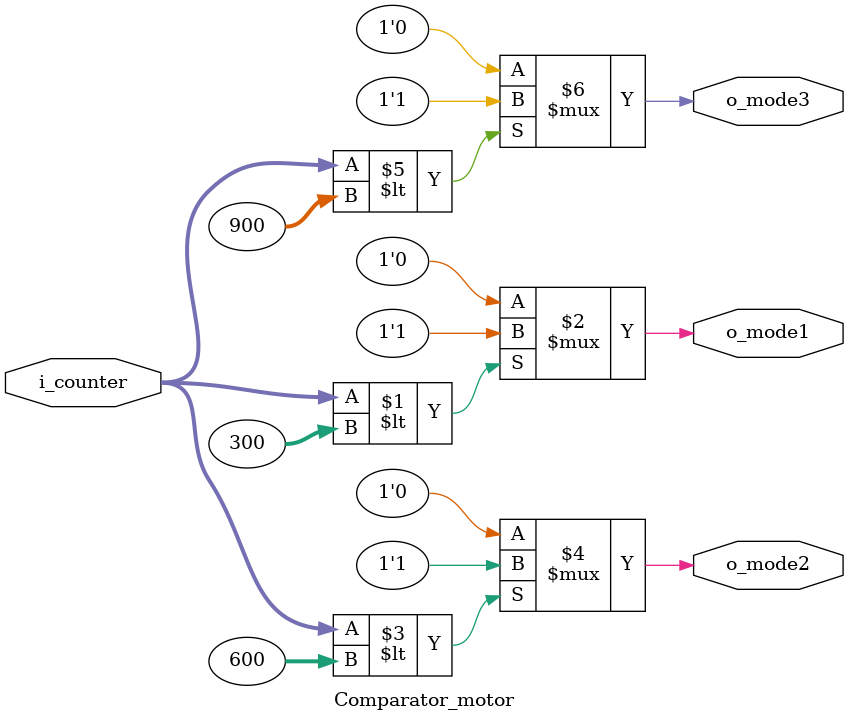
<source format=v>
`timescale 1ns / 1ps

module Comparator_motor(
    input [9:0] i_counter,
    output o_mode1, o_mode2, o_mode3
    );

    assign o_mode1 = (i_counter < 300) ? 1'b1 : 1'b0;
    assign o_mode2 = (i_counter < 600) ? 1'b1 : 1'b0;
    assign o_mode3 = (i_counter < 900) ? 1'b1 : 1'b0;
endmodule
</source>
